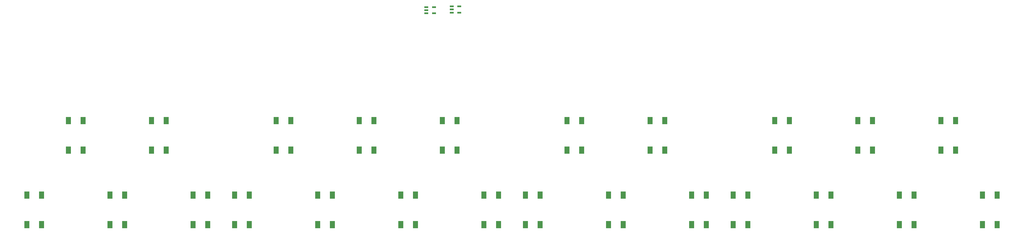
<source format=gtp>
G04 Layer: TopPasteMaskLayer*
G04 EasyEDA v6.5.43, 2024-08-27 15:16:03*
G04 cb6e2e9fbd21486d88ae5690d2d3dc00,10*
G04 Gerber Generator version 0.2*
G04 Scale: 100 percent, Rotated: No, Reflected: No *
G04 Dimensions in millimeters *
G04 leading zeros omitted , absolute positions ,4 integer and 5 decimal *
%FSLAX45Y45*%
%MOMM*%

%ADD10R,1.5000X2.3000*%
%ADD11R,1.1570X0.4900*%
%ADD12R,1.1750X0.4900*%

%LPD*%
D10*
G01*
X9877018Y-1069009D03*
G01*
X9876993Y-1978990D03*
G01*
X9427006Y-1069009D03*
G01*
X9427006Y-1978990D03*
G01*
X11147018Y1216990D03*
G01*
X11146993Y307009D03*
G01*
X10697006Y1216990D03*
G01*
X10697006Y307009D03*
G01*
X12417018Y-1069009D03*
G01*
X12416993Y-1978990D03*
G01*
X11967006Y-1069009D03*
G01*
X11967006Y-1978990D03*
G01*
X13687018Y1216990D03*
G01*
X13686993Y307009D03*
G01*
X13237006Y1216990D03*
G01*
X13237006Y307009D03*
G01*
X14957018Y-1069009D03*
G01*
X14956993Y-1978990D03*
G01*
X14507006Y-1069009D03*
G01*
X14507006Y-1978990D03*
G01*
X16227018Y-1069009D03*
G01*
X16226993Y-1978990D03*
G01*
X15777006Y-1069009D03*
G01*
X15777006Y-1978990D03*
G01*
X17497018Y1216990D03*
G01*
X17496993Y307009D03*
G01*
X17047006Y1216990D03*
G01*
X17047006Y307009D03*
G01*
X18767018Y-1069009D03*
G01*
X18766993Y-1978990D03*
G01*
X18317006Y-1069009D03*
G01*
X18317006Y-1978990D03*
G01*
X20037018Y1216990D03*
G01*
X20036993Y307009D03*
G01*
X19587006Y1216990D03*
G01*
X19587006Y307009D03*
G01*
X21307018Y-1069009D03*
G01*
X21306993Y-1978990D03*
G01*
X20857006Y-1069009D03*
G01*
X20857006Y-1978990D03*
G01*
X22577018Y-1069009D03*
G01*
X22576993Y-1978990D03*
G01*
X22127006Y-1069009D03*
G01*
X22127006Y-1978990D03*
G01*
X23847018Y1216990D03*
G01*
X23846993Y307009D03*
G01*
X23397006Y1216990D03*
G01*
X23397006Y307009D03*
G01*
X25117018Y-1069009D03*
G01*
X25116993Y-1978990D03*
G01*
X24667006Y-1069009D03*
G01*
X24667006Y-1978990D03*
G01*
X26386942Y1216990D03*
G01*
X26386916Y307009D03*
G01*
X25936930Y1216990D03*
G01*
X25936930Y307009D03*
G01*
X27656942Y-1069009D03*
G01*
X27656916Y-1978990D03*
G01*
X27206930Y-1069009D03*
G01*
X27206930Y-1978990D03*
G01*
X28926942Y1216990D03*
G01*
X28926916Y307009D03*
G01*
X28476930Y1216990D03*
G01*
X28476930Y307009D03*
G01*
X30196942Y-1069009D03*
G01*
X30196916Y-1978990D03*
G01*
X29746930Y-1069009D03*
G01*
X29746930Y-1978990D03*
G01*
X987018Y-1069009D03*
G01*
X986993Y-1978990D03*
G01*
X537006Y-1069009D03*
G01*
X537006Y-1978990D03*
G01*
X2257018Y1216990D03*
G01*
X2256993Y307009D03*
G01*
X1807006Y1216990D03*
G01*
X1807006Y307009D03*
G01*
X3527018Y-1069009D03*
G01*
X3526993Y-1978990D03*
G01*
X3076981Y-1069009D03*
G01*
X3076981Y-1978990D03*
G01*
X4797018Y1216990D03*
G01*
X4796993Y307009D03*
G01*
X4346981Y1216990D03*
G01*
X4346981Y307009D03*
G01*
X6067018Y-1069009D03*
G01*
X6066993Y-1978990D03*
G01*
X5617006Y-1069009D03*
G01*
X5617006Y-1978990D03*
G01*
X7337018Y-1069009D03*
G01*
X7336993Y-1978990D03*
G01*
X6887006Y-1069009D03*
G01*
X6887006Y-1978990D03*
G01*
X8607018Y1216990D03*
G01*
X8606993Y307009D03*
G01*
X8157006Y1216990D03*
G01*
X8157006Y307009D03*
D11*
G01*
X13524433Y4717795D03*
G01*
X13524433Y4622800D03*
G01*
X13524433Y4527804D03*
D12*
G01*
X13755166Y4527804D03*
G01*
X13755166Y4717795D03*
D11*
G01*
X12749733Y4698492D03*
G01*
X12749733Y4603495D03*
G01*
X12749733Y4508500D03*
D12*
G01*
X12980466Y4508500D03*
G01*
X12980466Y4698492D03*
M02*

</source>
